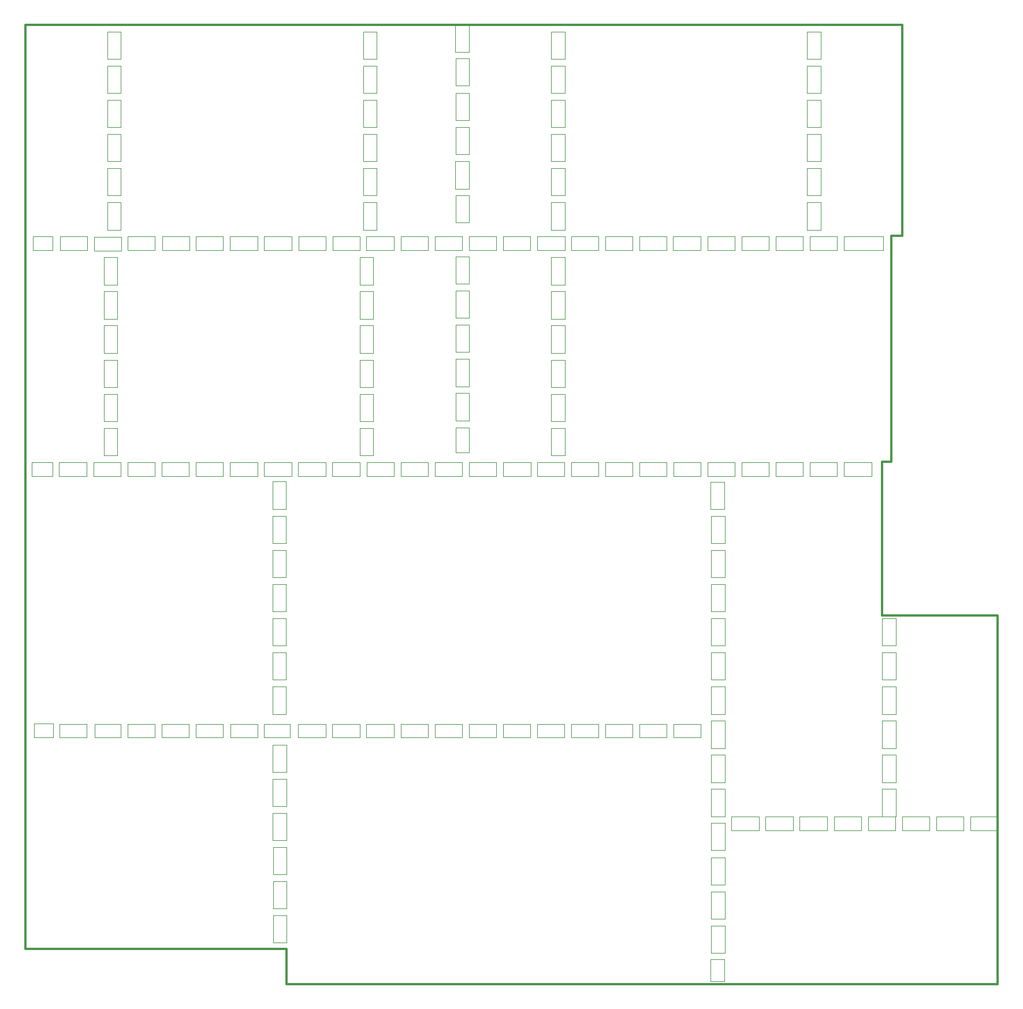
<source format=gbr>
G04 DesignSpark PCB Gerber Version 9.0 Build 5115 *
G04 #@! TF.Part,Single*
%FSLAX35Y35*%
%MOIN*%
%ADD10C,0.00394*%
%ADD70C,0.01181*%
X0Y0D02*
D02*
D10*
X11543Y293504D02*
Y301378D01*
X23748*
Y293504*
X11543*
X12331Y423819D02*
Y431693D01*
X23748*
Y423819*
X12331*
X13118Y142913D02*
Y150787D01*
X23945*
Y142913*
X13118*
X27488Y293504D02*
Y301378D01*
X43236*
Y293504*
X27488*
X27685Y142717D02*
Y150591D01*
X43433*
Y142717*
X27685*
X27882Y423819D02*
Y431693D01*
X43630*
Y423819*
X27882*
X47370Y293504D02*
Y301378D01*
X63118*
Y293504*
X47370*
X47567Y423622D02*
Y431496D01*
X63315*
Y423622*
X47567*
X48157Y142717D02*
Y150591D01*
X63118*
Y142717*
X48157*
X53276Y321260D02*
X61150D01*
Y305512*
X53276*
Y321260*
Y340945D02*
X61150D01*
Y325197*
X53276*
Y340945*
Y360630D02*
X61150D01*
Y344882*
X53276*
Y360630*
Y380315D02*
X61150D01*
Y364567*
X53276*
Y380315*
Y400000D02*
X61150D01*
Y384252*
X53276*
Y400000*
Y419685D02*
X61150D01*
Y403937*
X53276*
Y419685*
X55244Y451378D02*
X63118D01*
Y435630*
X55244*
Y451378*
Y471063D02*
X63118D01*
Y455315*
X55244*
Y471063*
Y490748D02*
X63118D01*
Y475000*
X55244*
Y490748*
Y510433D02*
X63118D01*
Y494685*
X55244*
Y510433*
Y530118D02*
X63118D01*
Y514370*
X55244*
Y530118*
Y549803D02*
X63118D01*
Y534055*
X55244*
Y549803*
X66858Y142717D02*
Y150591D01*
X82606*
Y142717*
X66858*
X67055Y293504D02*
Y301378D01*
X82803*
Y293504*
X67055*
Y423819D02*
Y431693D01*
X82803*
Y423819*
X67055*
X86740Y142717D02*
Y150591D01*
X102488*
Y142717*
X86740*
Y293504D02*
Y301378D01*
X102488*
Y293504*
X86740*
X86937Y423819D02*
Y431693D01*
X102685*
Y423819*
X86937*
X106228Y293504D02*
Y301378D01*
X121976*
Y293504*
X106228*
X106425Y142717D02*
Y150591D01*
X122173*
Y142717*
X106425*
Y423819D02*
Y431693D01*
X122173*
Y423819*
X106425*
X126110Y293504D02*
Y301378D01*
X141858*
Y293504*
X126110*
Y423819D02*
Y431693D01*
X141858*
Y423819*
X126110*
X126307Y142717D02*
Y150591D01*
X142055*
Y142717*
X126307*
X145795D02*
Y150591D01*
X160756*
Y142717*
X145795*
Y293504D02*
Y301378D01*
X161543*
Y293504*
X145795*
Y423819D02*
Y431693D01*
X161543*
Y423819*
X145795*
X150520Y172047D02*
X158394D01*
Y156299*
X150520*
Y172047*
Y191732D02*
X158394D01*
Y175984*
X150520*
Y191732*
Y211417D02*
X158394D01*
Y195669*
X150520*
Y211417*
Y231102D02*
X158394D01*
Y215354*
X150520*
Y231102*
Y250787D02*
X158394D01*
Y235039*
X150520*
Y250787*
Y270472D02*
X158394D01*
Y254724*
X150520*
Y270472*
Y290354D02*
X158394D01*
Y274606*
X150520*
Y290354*
X150717Y99213D02*
X158591D01*
Y83465*
X150717*
Y99213*
Y118898D02*
X158591D01*
Y103150*
X150717*
Y118898*
Y138583D02*
X158591D01*
Y122835*
X150717*
Y138583*
X150913Y40157D02*
X158787D01*
Y24409*
X150913*
Y40157*
Y59843D02*
X158787D01*
Y44094*
X150913*
Y59843*
Y79528D02*
X158787D01*
Y63780*
X150913*
Y79528*
X165480Y142717D02*
Y150591D01*
X181228*
Y142717*
X165480*
Y293504D02*
Y301378D01*
X181228*
Y293504*
X165480*
X165677Y423819D02*
Y431693D01*
X181425*
Y423819*
X165677*
X185165Y142717D02*
Y150591D01*
X200913*
Y142717*
X185165*
Y293504D02*
Y301378D01*
X200913*
Y293504*
X185165*
X185362Y423819D02*
Y431693D01*
X201110*
Y423819*
X185362*
X204850Y142717D02*
Y150591D01*
X220598*
Y142717*
X204850*
Y423819D02*
Y431693D01*
X220598*
Y423819*
X204850*
X205047Y293504D02*
Y301378D01*
X220795*
Y293504*
X205047*
X208787Y305512D02*
X200913D01*
Y321260*
X208787*
Y305512*
Y325197D02*
X200913D01*
Y340945*
X208787*
Y325197*
Y344882D02*
X200913D01*
Y360630*
X208787*
Y344882*
Y364567D02*
X200913D01*
Y380315*
X208787*
Y364567*
Y384252D02*
X200913D01*
Y400000*
X208787*
Y384252*
Y403937D02*
X200913D01*
Y419685*
X208787*
Y403937*
X210756Y435630D02*
X202882D01*
Y451378*
X210756*
Y435630*
Y455315D02*
X202882D01*
Y471063*
X210756*
Y455315*
Y475000D02*
X202882D01*
Y490748*
X210756*
Y475000*
Y494685D02*
X202882D01*
Y510433*
X210756*
Y494685*
Y514370D02*
X202882D01*
Y530118*
X210756*
Y514370*
Y534055D02*
X202882D01*
Y549803*
X210756*
Y534055*
X224535Y142717D02*
Y150591D01*
X240283*
Y142717*
X224535*
Y293504D02*
Y301378D01*
X240283*
Y293504*
X224535*
Y423819D02*
Y431693D01*
X240283*
Y423819*
X224535*
X244220Y142717D02*
Y150591D01*
X259969*
Y142717*
X244220*
Y293504D02*
Y301378D01*
X259969*
Y293504*
X244220*
Y423819D02*
Y431693D01*
X259969*
Y423819*
X244220*
X256031Y475000D02*
X263906D01*
Y459252*
X256031*
Y475000*
Y553740D02*
X263906D01*
Y537992*
X256031*
Y553740*
X256228Y321457D02*
X264102D01*
Y307087*
X256228*
Y321457*
Y341339D02*
X264102D01*
Y325591*
X256228*
Y341339*
Y361024D02*
X264102D01*
Y345276*
X256228*
Y361024*
Y380906D02*
X264102D01*
Y365157*
X256228*
Y380906*
Y400591D02*
X264102D01*
Y384843*
X256228*
Y400591*
Y420079D02*
X264102D01*
Y404331*
X256228*
Y420079*
Y455512D02*
X264102D01*
Y439764*
X256228*
Y455512*
Y494882D02*
X264102D01*
Y479134*
X256228*
Y494882*
Y514567D02*
X264102D01*
Y498819*
X256228*
Y514567*
Y534449D02*
X264102D01*
Y518701*
X256228*
Y534449*
X263906Y142717D02*
Y150591D01*
X279654*
Y142717*
X263906*
X264102Y293504D02*
Y301378D01*
X279850*
Y293504*
X264102*
Y423819D02*
Y431693D01*
X279850*
Y423819*
X264102*
X283591Y142717D02*
Y150591D01*
X299339*
Y142717*
X283591*
Y423819D02*
Y431693D01*
X299339*
Y423819*
X283591*
X283787Y293504D02*
Y301378D01*
X299535*
Y293504*
X283787*
X303276Y142717D02*
Y150591D01*
X319024*
Y142717*
X303276*
Y293504D02*
Y301378D01*
X319024*
Y293504*
X303276*
X303472Y423819D02*
Y431693D01*
X319220*
Y423819*
X303472*
X311346Y321260D02*
X319220D01*
Y305512*
X311346*
Y321260*
Y340945D02*
X319220D01*
Y325197*
X311346*
Y340945*
Y360630D02*
X319220D01*
Y344882*
X311346*
Y360630*
Y380315D02*
X319220D01*
Y364567*
X311346*
Y380315*
Y400000D02*
X319220D01*
Y384252*
X311346*
Y400000*
Y419685D02*
X319220D01*
Y403937*
X311346*
Y419685*
Y451378D02*
X319220D01*
Y435630*
X311346*
Y451378*
Y471063D02*
X319220D01*
Y455315*
X311346*
Y471063*
Y490748D02*
X319220D01*
Y475000*
X311346*
Y490748*
Y510433D02*
X319220D01*
Y494685*
X311346*
Y510433*
Y530118D02*
X319220D01*
Y514370*
X311346*
Y530118*
Y549803D02*
X319220D01*
Y534055*
X311346*
Y549803*
X322961Y142717D02*
Y150591D01*
X338709*
Y142717*
X322961*
Y293504D02*
Y301378D01*
X338709*
Y293504*
X322961*
Y423819D02*
Y431693D01*
X338709*
Y423819*
X322961*
X342646Y142717D02*
Y150591D01*
X358394*
Y142717*
X342646*
Y293504D02*
Y301378D01*
X358394*
Y293504*
X342646*
Y423819D02*
Y431693D01*
X358394*
Y423819*
X342646*
X362331Y142717D02*
Y150591D01*
X378079*
Y142717*
X362331*
Y293504D02*
Y301378D01*
X378079*
Y293504*
X362331*
Y423819D02*
Y431693D01*
X378079*
Y423819*
X362331*
X381819D02*
Y431693D01*
X397567*
Y423819*
X381819*
X382016Y142717D02*
Y150591D01*
X397764*
Y142717*
X382016*
Y293504D02*
Y301378D01*
X397764*
Y293504*
X382016*
X401701D02*
Y301378D01*
X417449*
Y293504*
X401701*
Y423819D02*
Y431693D01*
X417449*
Y423819*
X401701*
X403472Y14764D02*
X411346D01*
Y2165*
X403472*
Y14764*
Y290157D02*
X411346D01*
Y274409*
X403472*
Y290157*
X403669Y34252D02*
X411543D01*
Y18504*
X403669*
Y34252*
Y53937D02*
X411543D01*
Y38189*
X403669*
Y53937*
Y73622D02*
X411543D01*
Y57874*
X403669*
Y73622*
Y93504D02*
X411543D01*
Y77756*
X403669*
Y93504*
Y112992D02*
X411543D01*
Y97244*
X403669*
Y112992*
Y132677D02*
X411543D01*
Y116929*
X403669*
Y132677*
Y152362D02*
X411543D01*
Y136614*
X403669*
Y152362*
Y172047D02*
X411543D01*
Y156299*
X403669*
Y172047*
Y191929D02*
X411543D01*
Y176181*
X403669*
Y191929*
Y211417D02*
X411543D01*
Y195669*
X403669*
Y211417*
Y231102D02*
X411543D01*
Y215354*
X403669*
Y231102*
Y250787D02*
X411543D01*
Y235039*
X403669*
Y250787*
Y270472D02*
X411543D01*
Y254724*
X403669*
Y270472*
X415480Y89173D02*
Y97047D01*
X431228*
Y89173*
X415480*
X421189Y423819D02*
Y431693D01*
X436937*
Y423819*
X421189*
X421386Y293504D02*
Y301378D01*
X437134*
Y293504*
X421386*
X435165Y89173D02*
Y97047D01*
X450913*
Y89173*
X435165*
X441071Y293504D02*
Y301378D01*
X456819*
Y293504*
X441071*
Y423819D02*
Y431693D01*
X456819*
Y423819*
X441071*
X454850Y89173D02*
Y97047D01*
X470598*
Y89173*
X454850*
X460559Y423819D02*
Y431693D01*
X476307*
Y423819*
X460559*
X460756Y293504D02*
Y301378D01*
X476504*
Y293504*
X460756*
X466858Y435630D02*
X458984D01*
Y451378*
X466858*
Y435630*
Y455315D02*
X458984D01*
Y471063*
X466858*
Y455315*
Y475000D02*
X458984D01*
Y490748*
X466858*
Y475000*
Y494685D02*
X458984D01*
Y510433*
X466858*
Y494685*
Y514370D02*
X458984D01*
Y530118*
X466858*
Y514370*
Y534055D02*
X458984D01*
Y549803*
X466858*
Y534055*
X474535Y89173D02*
Y97047D01*
X490283*
Y89173*
X474535*
X480441Y293504D02*
Y301378D01*
X496189*
Y293504*
X480441*
Y423819D02*
Y431693D01*
X502882*
Y423819*
X480441*
X494220Y89173D02*
Y97047D01*
X509969*
Y89173*
X494220*
X502488Y112992D02*
X510362D01*
Y97244*
X502488*
Y112992*
Y132677D02*
X510362D01*
Y116929*
X502488*
Y132677*
Y152362D02*
X510362D01*
Y136614*
X502488*
Y152362*
Y172047D02*
X510362D01*
Y156299*
X502488*
Y172047*
Y191732D02*
X510362D01*
Y175984*
X502488*
Y191732*
Y211417D02*
X510362D01*
Y195669*
X502488*
Y211417*
X513906Y89173D02*
Y97047D01*
X529654*
Y89173*
X513906*
X533591D02*
Y97047D01*
X549339*
Y89173*
X533591*
X553276D02*
Y97047D01*
X569024*
Y89173*
X553276*
D02*
D70*
X513906Y553740D02*
X8000D01*
Y20669*
X158787*
Y591*
X569024*
Y213189*
X502488*
Y301772*
X507606*
Y432087*
X513906*
Y553740*
X0Y0D02*
M02*

</source>
